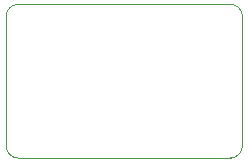
<source format=gbr>
%TF.GenerationSoftware,KiCad,Pcbnew,8.0.1-8.0.1-1~ubuntu22.04.1*%
%TF.CreationDate,2024-03-30T15:46:17+00:00*%
%TF.ProjectId,DRY_ELECTRODES,4452595f-454c-4454-9354-524f4445532e,1.0*%
%TF.SameCoordinates,Original*%
%TF.FileFunction,Profile,NP*%
%FSLAX46Y46*%
G04 Gerber Fmt 4.6, Leading zero omitted, Abs format (unit mm)*
G04 Created by KiCad (PCBNEW 8.0.1-8.0.1-1~ubuntu22.04.1) date 2024-03-30 15:46:17*
%MOMM*%
%LPD*%
G01*
G04 APERTURE LIST*
%TA.AperFunction,Profile*%
%ADD10C,0.038100*%
%TD*%
G04 APERTURE END LIST*
D10*
X20000000Y-26500000D02*
X20000000Y-37500000D01*
X21000000Y-38500000D02*
X39000000Y-38500000D01*
X21000000Y-38500000D02*
G75*
G02*
X20000000Y-37500000I0J1000000D01*
G01*
X39000000Y-25500000D02*
G75*
G02*
X40000000Y-26500000I0J-1000000D01*
G01*
X39000000Y-25500000D02*
X21000000Y-25500000D01*
X40000000Y-37500000D02*
X40000000Y-26500000D01*
X40000000Y-37500000D02*
G75*
G02*
X39000000Y-38500000I-1000000J0D01*
G01*
X20000000Y-26500000D02*
G75*
G02*
X21000000Y-25500000I1000000J0D01*
G01*
M02*

</source>
